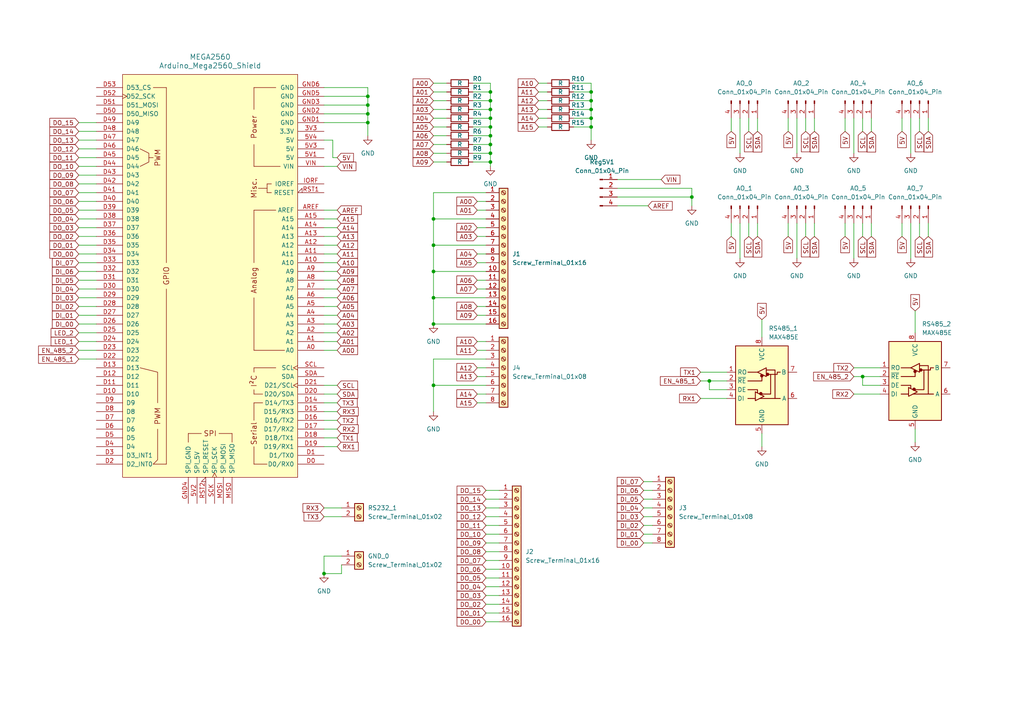
<source format=kicad_sch>
(kicad_sch (version 20230121) (generator eeschema)
  (paper "A4")
  (lib_symbols
    (symbol "Connector:Conn_01x04_Pin" (pin_names (offset 1.016) hide)
      (property "Reference" "J" (at 0 5.08 0))
      (property "Value" "Conn_01x04_Pin" (at 0 -7.62 0))
      (symbol "Conn_01x04_Pin_1_1"
        (pin passive line (at 5.08 2.54 180) (length 3.81) (name "Pin_1") (number "1"))
        (pin passive line (at 5.08 0 180) (length 3.81) (name "Pin_2") (number "2"))
        (pin passive line (at 5.08 -2.54 180) (length 3.81) (name "Pin_3") (number "3"))
        (pin passive line (at 5.08 -5.08 180) (length 3.81) (name "Pin_4") (number "4"))
      )
    )
    (symbol "Connector:Screw_Terminal_01x02" (pin_names (offset 1.016) hide)
      (property "Reference" "J" (at 0 2.54 0))
      (property "Value" "Screw_Terminal_01x02" (at 0 -5.08 0))
      (symbol "Screw_Terminal_01x02_1_1"
        (pin passive line (at -5.08 0 0) (length 3.81) (name "Pin_1") (number "1"))
        (pin passive line (at -5.08 -2.54 0) (length 3.81) (name "Pin_2") (number "2"))
      )
    )
    (symbol "Connector:Screw_Terminal_01x08" (pin_names (offset 1.016) hide)
      (property "Reference" "J" (at 0 10.16 0))
      (property "Value" "Screw_Terminal_01x08" (at 0 -12.7 0))
      (symbol "Screw_Terminal_01x08_1_1"
        (pin passive line (at -5.08 7.62 0) (length 3.81) (name "Pin_1") (number "1"))
        (pin passive line (at -5.08 5.08 0) (length 3.81) (name "Pin_2") (number "2"))
        (pin passive line (at -5.08 2.54 0) (length 3.81) (name "Pin_3") (number "3"))
        (pin passive line (at -5.08 0 0) (length 3.81) (name "Pin_4") (number "4"))
        (pin passive line (at -5.08 -2.54 0) (length 3.81) (name "Pin_5") (number "5"))
        (pin passive line (at -5.08 -5.08 0) (length 3.81) (name "Pin_6") (number "6"))
        (pin passive line (at -5.08 -7.62 0) (length 3.81) (name "Pin_7") (number "7"))
        (pin passive line (at -5.08 -10.16 0) (length 3.81) (name "Pin_8") (number "8"))
      )
    )
    (symbol "Connector:Screw_Terminal_01x16" (pin_names (offset 1.016) hide)
      (property "Reference" "J" (at 0 20.32 0))
      (property "Value" "Screw_Terminal_01x16" (at 0 -22.86 0))
      (symbol "Screw_Terminal_01x16_1_1"
        (pin passive line (at -5.08 17.78 0) (length 3.81) (name "Pin_1") (number "1"))
        (pin passive line (at -5.08 -5.08 0) (length 3.81) (name "Pin_10") (number "10"))
        (pin passive line (at -5.08 -7.62 0) (length 3.81) (name "Pin_11") (number "11"))
        (pin passive line (at -5.08 -10.16 0) (length 3.81) (name "Pin_12") (number "12"))
        (pin passive line (at -5.08 -12.7 0) (length 3.81) (name "Pin_13") (number "13"))
        (pin passive line (at -5.08 -15.24 0) (length 3.81) (name "Pin_14") (number "14"))
        (pin passive line (at -5.08 -17.78 0) (length 3.81) (name "Pin_15") (number "15"))
        (pin passive line (at -5.08 -20.32 0) (length 3.81) (name "Pin_16") (number "16"))
        (pin passive line (at -5.08 15.24 0) (length 3.81) (name "Pin_2") (number "2"))
        (pin passive line (at -5.08 12.7 0) (length 3.81) (name "Pin_3") (number "3"))
        (pin passive line (at -5.08 10.16 0) (length 3.81) (name "Pin_4") (number "4"))
        (pin passive line (at -5.08 7.62 0) (length 3.81) (name "Pin_5") (number "5"))
        (pin passive line (at -5.08 5.08 0) (length 3.81) (name "Pin_6") (number "6"))
        (pin passive line (at -5.08 2.54 0) (length 3.81) (name "Pin_7") (number "7"))
        (pin passive line (at -5.08 0 0) (length 3.81) (name "Pin_8") (number "8"))
        (pin passive line (at -5.08 -2.54 0) (length 3.81) (name "Pin_9") (number "9"))
      )
    )
    (symbol "Device:R" (pin_numbers hide) (pin_names (offset 0))
      (property "Reference" "R" (at 2.032 0 90))
      (property "Value" "R" (at 0 0 90))
      (symbol "R_1_1"
        (pin passive line (at 0 3.81 270) (length 1.27) (name "~") (number "1"))
        (pin passive line (at 0 -3.81 90) (length 1.27) (name "~") (number "2"))
      )
    )
    (symbol "Interface_UART:MAX485E"
      (property "Reference" "U" (at -6.096 11.43 0))
      (property "Value" "MAX485E" (at 0.762 11.43 0))
      (symbol "MAX485E_1_1"
        (pin output line (at -10.16 2.54 0) (length 2.54) (name "RO") (number "1"))
        (pin input line (at -10.16 0 0) (length 2.54) (name "~{RE}") (number "2"))
        (pin input line (at -10.16 -2.54 0) (length 2.54) (name "DE") (number "3"))
        (pin input line (at -10.16 -5.08 0) (length 2.54) (name "DI") (number "4"))
        (pin power_in line (at 0 -15.24 90) (length 2.54) (name "GND") (number "5"))
        (pin bidirectional line (at 10.16 -5.08 180) (length 2.54) (name "A") (number "6"))
        (pin bidirectional line (at 10.16 2.54 180) (length 2.54) (name "B") (number "7"))
        (pin power_in line (at 0 12.7 270) (length 2.54) (name "VCC") (number "8"))
      )
    )
    (symbol "PCM_arduino-library:Arduino_Mega2560_Shield" (pin_names (offset 1.016))
      (property "Reference" "XA" (at 0 -62.23 0))
      (property "Value" "Arduino_Mega2560_Shield" (at 0 -66.04 0))
      (symbol "Arduino_Mega2560_Shield_0_0"
        (text "Analog" (at -12.7 1.27 900) (effects (font (size 1.524 1.524))))
        (text "I²C" (at -12.7 30.48 900) (effects (font (size 1.524 1.524))))
        (text "Misc." (at -12.7 -25.4 900) (effects (font (size 1.524 1.524))))
        (text "Power" (at -12.7 -43.18 900) (effects (font (size 1.524 1.524))))
        (text "PWM" (at 15.24 -34.29 900) (effects (font (size 1.524 1.524))))
        (text "PWM" (at 15.24 40.64 900) (effects (font (size 1.524 1.524))))
        (text "Serial" (at -12.7 45.72 900) (effects (font (size 1.524 1.524))))
        (text "SPI" (at 0 45.72 0) (effects (font (size 1.524 1.524))))
      )
      (symbol "Arduino_Mega2560_Shield_1_0"
        (text "GPIO" (at 12.7 0 900) (effects (font (size 1.524 1.524))))
      )
      (symbol "Arduino_Mega2560_Shield_1_1"
        (pin power_out line (at -33.02 -41.91 0) (length 7.62) (name "3.3V") (number "3V3"))
        (pin power_in line (at -33.02 -34.29 0) (length 7.62) (name "5V") (number "5V1"))
        (pin power_in line (at 3.81 66.04 270) (length 7.62) (name "SPI_5V") (number "5V2"))
        (pin power_in line (at -33.02 -36.83 0) (length 7.62) (name "5V") (number "5V3"))
        (pin power_in line (at -33.02 -39.37 0) (length 7.62) (name "5V") (number "5V4"))
        (pin bidirectional line (at -33.02 21.59 0) (length 7.62) (name "A0") (number "A0"))
        (pin bidirectional line (at -33.02 19.05 0) (length 7.62) (name "A1") (number "A1"))
        (pin bidirectional line (at -33.02 -3.81 0) (length 7.62) (name "A10") (number "A10"))
        (pin bidirectional line (at -33.02 -6.35 0) (length 7.62) (name "A11") (number "A11"))
        (pin bidirectional line (at -33.02 -8.89 0) (length 7.62) (name "A12") (number "A12"))
        (pin bidirectional line (at -33.02 -11.43 0) (length 7.62) (name "A13") (number "A13"))
        (pin bidirectional line (at -33.02 -13.97 0) (length 7.62) (name "A14") (number "A14"))
        (pin bidirectional line (at -33.02 -16.51 0) (length 7.62) (name "A15") (number "A15"))
        (pin bidirectional line (at -33.02 16.51 0) (length 7.62) (name "A2") (number "A2"))
        (pin bidirectional line (at -33.02 13.97 0) (length 7.62) (name "A3") (number "A3"))
        (pin bidirectional line (at -33.02 11.43 0) (length 7.62) (name "A4") (number "A4"))
        (pin bidirectional line (at -33.02 8.89 0) (length 7.62) (name "A5") (number "A5"))
        (pin bidirectional line (at -33.02 6.35 0) (length 7.62) (name "A6") (number "A6"))
        (pin bidirectional line (at -33.02 3.81 0) (length 7.62) (name "A7") (number "A7"))
        (pin bidirectional line (at -33.02 1.27 0) (length 7.62) (name "A8") (number "A8"))
        (pin bidirectional line (at -33.02 -1.27 0) (length 7.62) (name "A9") (number "A9"))
        (pin input line (at -33.02 -19.05 0) (length 7.62) (name "AREF") (number "AREF"))
        (pin bidirectional line (at -33.02 54.61 0) (length 7.62) (name "D0/RX0") (number "D0"))
        (pin bidirectional line (at -33.02 52.07 0) (length 7.62) (name "D1/TX0") (number "D1"))
        (pin bidirectional line (at 33.02 34.29 180) (length 7.62) (name "D10") (number "D10"))
        (pin bidirectional line (at 33.02 31.75 180) (length 7.62) (name "D11") (number "D11"))
        (pin bidirectional line (at 33.02 29.21 180) (length 7.62) (name "D12") (number "D12"))
        (pin bidirectional line (at 33.02 26.67 180) (length 7.62) (name "D13") (number "D13"))
        (pin bidirectional line (at -33.02 36.83 0) (length 7.62) (name "D14/TX3") (number "D14"))
        (pin bidirectional line (at -33.02 39.37 0) (length 7.62) (name "D15/RX3") (number "D15"))
        (pin bidirectional line (at -33.02 41.91 0) (length 7.62) (name "D16/TX2") (number "D16"))
        (pin bidirectional line (at -33.02 44.45 0) (length 7.62) (name "D17/RX2") (number "D17"))
        (pin bidirectional line (at -33.02 46.99 0) (length 7.62) (name "D18/TX1") (number "D18"))
        (pin bidirectional line (at -33.02 49.53 0) (length 7.62) (name "D19/RX1") (number "D19"))
        (pin bidirectional line (at 33.02 54.61 180) (length 7.62) (name "D2_INT0") (number "D2"))
        (pin bidirectional line (at -33.02 34.29 0) (length 7.62) (name "D20/SDA") (number "D20"))
        (pin bidirectional clock (at -33.02 31.75 0) (length 7.62) (name "D21/SCL") (number "D21"))
        (pin bidirectional line (at 33.02 24.13 180) (length 7.62) (name "D22") (number "D22"))
        (pin bidirectional line (at 33.02 21.59 180) (length 7.62) (name "D23") (number "D23"))
        (pin bidirectional line (at 33.02 19.05 180) (length 7.62) (name "D24") (number "D24"))
        (pin bidirectional line (at 33.02 16.51 180) (length 7.62) (name "D25") (number "D25"))
        (pin bidirectional line (at 33.02 13.97 180) (length 7.62) (name "D26") (number "D26"))
        (pin bidirectional line (at 33.02 11.43 180) (length 7.62) (name "D27") (number "D27"))
        (pin bidirectional line (at 33.02 8.89 180) (length 7.62) (name "D28") (number "D28"))
        (pin bidirectional line (at 33.02 6.35 180) (length 7.62) (name "D29") (number "D29"))
        (pin bidirectional line (at 33.02 52.07 180) (length 7.62) (name "D3_INT1") (number "D3"))
        (pin bidirectional line (at 33.02 3.81 180) (length 7.62) (name "D30") (number "D30"))
        (pin bidirectional line (at 33.02 1.27 180) (length 7.62) (name "D31") (number "D31"))
        (pin bidirectional line (at 33.02 -1.27 180) (length 7.62) (name "D32") (number "D32"))
        (pin bidirectional line (at 33.02 -3.81 180) (length 7.62) (name "D33") (number "D33"))
        (pin bidirectional line (at 33.02 -6.35 180) (length 7.62) (name "D34") (number "D34"))
        (pin bidirectional line (at 33.02 -8.89 180) (length 7.62) (name "D35") (number "D35"))
        (pin bidirectional line (at 33.02 -11.43 180) (length 7.62) (name "D36") (number "D36"))
        (pin bidirectional line (at 33.02 -13.97 180) (length 7.62) (name "D37") (number "D37"))
        (pin bidirectional line (at 33.02 -16.51 180) (length 7.62) (name "D38") (number "D38"))
        (pin bidirectional line (at 33.02 -19.05 180) (length 7.62) (name "D39") (number "D39"))
        (pin bidirectional line (at 33.02 49.53 180) (length 7.62) (name "D4") (number "D4"))
        (pin bidirectional line (at 33.02 -21.59 180) (length 7.62) (name "D40") (number "D40"))
        (pin bidirectional line (at 33.02 -24.13 180) (length 7.62) (name "D41") (number "D41"))
        (pin bidirectional line (at 33.02 -26.67 180) (length 7.62) (name "D42") (number "D42"))
        (pin bidirectional line (at 33.02 -29.21 180) (length 7.62) (name "D43") (number "D43"))
        (pin bidirectional line (at 33.02 -31.75 180) (length 7.62) (name "D44") (number "D44"))
        (pin bidirectional line (at 33.02 -34.29 180) (length 7.62) (name "D45") (number "D45"))
        (pin bidirectional line (at 33.02 -36.83 180) (length 7.62) (name "D46") (number "D46"))
        (pin bidirectional line (at 33.02 -39.37 180) (length 7.62) (name "D47") (number "D47"))
        (pin bidirectional line (at 33.02 -41.91 180) (length 7.62) (name "D48") (number "D48"))
        (pin bidirectional line (at 33.02 -44.45 180) (length 7.62) (name "D49") (number "D49"))
        (pin bidirectional line (at 33.02 46.99 180) (length 7.62) (name "D5") (number "D5"))
        (pin bidirectional line (at 33.02 -46.99 180) (length 7.62) (name "D50_MISO") (number "D50"))
        (pin bidirectional line (at 33.02 -49.53 180) (length 7.62) (name "D51_MOSI") (number "D51"))
        (pin bidirectional clock (at 33.02 -52.07 180) (length 7.62) (name "D52_SCK") (number "D52"))
        (pin bidirectional line (at 33.02 -54.61 180) (length 7.62) (name "D53_CS") (number "D53"))
        (pin bidirectional line (at 33.02 44.45 180) (length 7.62) (name "D6") (number "D6"))
        (pin bidirectional line (at 33.02 41.91 180) (length 7.62) (name "D7") (number "D7"))
        (pin bidirectional line (at 33.02 39.37 180) (length 7.62) (name "D8") (number "D8"))
        (pin bidirectional line (at 33.02 36.83 180) (length 7.62) (name "D9") (number "D9"))
        (pin power_in line (at -33.02 -44.45 0) (length 7.62) (name "GND") (number "GND1"))
        (pin power_in line (at -33.02 -46.99 0) (length 7.62) (name "GND") (number "GND2"))
        (pin power_in line (at -33.02 -49.53 0) (length 7.62) (name "GND") (number "GND3"))
        (pin power_in line (at 6.35 66.04 270) (length 7.62) (name "SPI_GND") (number "GND4"))
        (pin power_in line (at -33.02 -52.07 0) (length 7.62) (name "GND") (number "GND5"))
        (pin power_in line (at -33.02 -54.61 0) (length 7.62) (name "GND") (number "GND6"))
        (pin output line (at -33.02 -26.67 0) (length 7.62) (name "IOREF") (number "IORF"))
        (pin input line (at -6.35 66.04 270) (length 7.62) (name "SPI_MISO") (number "MISO"))
        (pin output line (at -3.81 66.04 270) (length 7.62) (name "SPI_MOSI") (number "MOSI"))
        (pin open_collector input_low (at -33.02 -24.13 0) (length 7.62) (name "RESET") (number "RST1"))
        (pin open_collector input_low (at 1.27 66.04 270) (length 7.62) (name "SPI_RESET") (number "RST2"))
        (pin output clock (at -1.27 66.04 270) (length 7.62) (name "SPI_SCK") (number "SCK"))
        (pin bidirectional clock (at -33.02 26.67 0) (length 7.62) (name "SCL") (number "SCL"))
        (pin bidirectional line (at -33.02 29.21 0) (length 7.62) (name "SDA") (number "SDA"))
        (pin power_in line (at -33.02 -31.75 0) (length 7.62) (name "VIN") (number "VIN"))
      )
    )
    (symbol "power:GND" (power) (pin_names (offset 0))
      (property "Value" "GND" (at 0 -3.81 0))
      (symbol "GND_1_1"
        (pin power_in line (at 0 0 270) (length 0) hide (name "GND") (number "1"))
      )
    )
  )
  (junction (at 106.68 27.94))
  (junction (at 171.45 34.29))
  (junction (at 106.68 35.56))
  (junction (at 142.24 46.99))
  (junction (at 125.73 111.76))
  (junction (at 250.19 109.22))
  (junction (at 106.68 33.02))
  (junction (at 171.45 26.67))
  (junction (at 125.73 86.36))
  (junction (at 142.24 39.37))
  (junction (at 125.73 71.12))
  (junction (at 142.24 44.45))
  (junction (at 171.45 31.75))
  (junction (at 125.73 63.5))
  (junction (at 125.73 78.74))
  (junction (at 125.73 93.98))
  (junction (at 142.24 26.67))
  (junction (at 106.68 30.48))
  (junction (at 93.98 166.37))
  (junction (at 142.24 29.21))
  (junction (at 200.66 57.15))
  (junction (at 142.24 34.29))
  (junction (at 205.74 110.49))
  (junction (at 171.45 36.83))
  (junction (at 142.24 36.83))
  (junction (at 142.24 31.75))
  (junction (at 171.45 29.21))
  (junction (at 142.24 41.91))
  (wire (pts (xy 93.98 33.02) (xy 106.68 33.02)))
  (wire (pts (xy 186.69 142.24) (xy 189.23 142.24)))
  (wire (pts (xy 140.97 165.1) (xy 144.78 165.1)))
  (wire (pts (xy 93.98 161.29) (xy 93.98 166.37)))
  (wire (pts (xy 93.98 83.82) (xy 97.79 83.82)))
  (wire (pts (xy 137.16 31.75) (xy 142.24 31.75)))
  (wire (pts (xy 22.86 91.44) (xy 27.94 91.44)))
  (wire (pts (xy 220.98 92.71) (xy 220.98 97.79)))
  (wire (pts (xy 93.98 147.32) (xy 99.06 147.32)))
  (wire (pts (xy 138.43 68.58) (xy 140.97 68.58)))
  (wire (pts (xy 125.73 29.21) (xy 129.54 29.21)))
  (wire (pts (xy 22.86 104.14) (xy 27.94 104.14)))
  (wire (pts (xy 171.45 24.13) (xy 171.45 26.67)))
  (wire (pts (xy 22.86 60.96) (xy 27.94 60.96)))
  (wire (pts (xy 186.69 144.78) (xy 189.23 144.78)))
  (wire (pts (xy 166.37 26.67) (xy 171.45 26.67)))
  (wire (pts (xy 210.82 113.03) (xy 205.74 113.03)))
  (wire (pts (xy 219.71 34.29) (xy 219.71 38.1)))
  (wire (pts (xy 250.19 34.29) (xy 250.19 38.1)))
  (wire (pts (xy 203.2 110.49) (xy 205.74 110.49)))
  (wire (pts (xy 247.65 114.3) (xy 255.27 114.3)))
  (wire (pts (xy 203.2 115.57) (xy 210.82 115.57)))
  (wire (pts (xy 138.43 58.42) (xy 140.97 58.42)))
  (wire (pts (xy 93.98 129.54) (xy 97.79 129.54)))
  (wire (pts (xy 137.16 46.99) (xy 142.24 46.99)))
  (wire (pts (xy 93.98 68.58) (xy 97.79 68.58)))
  (wire (pts (xy 93.98 166.37) (xy 99.06 166.37)))
  (wire (pts (xy 137.16 34.29) (xy 142.24 34.29)))
  (wire (pts (xy 106.68 33.02) (xy 106.68 35.56)))
  (wire (pts (xy 214.63 64.77) (xy 214.63 74.93)))
  (wire (pts (xy 137.16 24.13) (xy 142.24 24.13)))
  (wire (pts (xy 228.6 34.29) (xy 228.6 38.1)))
  (wire (pts (xy 137.16 36.83) (xy 142.24 36.83)))
  (wire (pts (xy 255.27 111.76) (xy 250.19 111.76)))
  (wire (pts (xy 261.62 64.77) (xy 261.62 68.58)))
  (wire (pts (xy 140.97 111.76) (xy 125.73 111.76)))
  (wire (pts (xy 138.43 66.04) (xy 140.97 66.04)))
  (wire (pts (xy 93.98 81.28) (xy 97.79 81.28)))
  (wire (pts (xy 228.6 64.77) (xy 228.6 68.58)))
  (wire (pts (xy 22.86 86.36) (xy 27.94 86.36)))
  (wire (pts (xy 106.68 25.4) (xy 106.68 27.94)))
  (wire (pts (xy 96.52 45.72) (xy 97.79 45.72)))
  (wire (pts (xy 22.86 35.56) (xy 27.94 35.56)))
  (wire (pts (xy 125.73 55.88) (xy 125.73 63.5)))
  (wire (pts (xy 171.45 29.21) (xy 171.45 31.75)))
  (wire (pts (xy 171.45 36.83) (xy 171.45 40.64)))
  (wire (pts (xy 140.97 63.5) (xy 125.73 63.5)))
  (wire (pts (xy 93.98 116.84) (xy 97.79 116.84)))
  (wire (pts (xy 140.97 175.26) (xy 144.78 175.26)))
  (wire (pts (xy 265.43 124.46) (xy 265.43 128.27)))
  (wire (pts (xy 191.77 52.07) (xy 179.07 52.07)))
  (wire (pts (xy 245.11 64.77) (xy 245.11 68.58)))
  (wire (pts (xy 93.98 127) (xy 97.79 127)))
  (wire (pts (xy 140.97 170.18) (xy 144.78 170.18)))
  (wire (pts (xy 156.21 24.13) (xy 158.75 24.13)))
  (wire (pts (xy 156.21 29.21) (xy 158.75 29.21)))
  (wire (pts (xy 22.86 38.1) (xy 27.94 38.1)))
  (wire (pts (xy 166.37 24.13) (xy 171.45 24.13)))
  (wire (pts (xy 93.98 78.74) (xy 97.79 78.74)))
  (wire (pts (xy 99.06 161.29) (xy 93.98 161.29)))
  (wire (pts (xy 125.73 39.37) (xy 129.54 39.37)))
  (wire (pts (xy 106.68 27.94) (xy 106.68 30.48)))
  (wire (pts (xy 156.21 31.75) (xy 158.75 31.75)))
  (wire (pts (xy 142.24 26.67) (xy 142.24 29.21)))
  (wire (pts (xy 137.16 26.67) (xy 142.24 26.67)))
  (wire (pts (xy 22.86 78.74) (xy 27.94 78.74)))
  (wire (pts (xy 93.98 63.5) (xy 97.79 63.5)))
  (wire (pts (xy 125.73 71.12) (xy 125.73 78.74)))
  (wire (pts (xy 179.07 59.69) (xy 187.96 59.69)))
  (wire (pts (xy 250.19 64.77) (xy 250.19 68.58)))
  (wire (pts (xy 138.43 60.96) (xy 140.97 60.96)))
  (wire (pts (xy 217.17 34.29) (xy 217.17 38.1)))
  (wire (pts (xy 140.97 154.94) (xy 144.78 154.94)))
  (wire (pts (xy 140.97 172.72) (xy 144.78 172.72)))
  (wire (pts (xy 171.45 34.29) (xy 171.45 36.83)))
  (wire (pts (xy 255.27 109.22) (xy 250.19 109.22)))
  (wire (pts (xy 137.16 29.21) (xy 142.24 29.21)))
  (wire (pts (xy 261.62 34.29) (xy 261.62 38.1)))
  (wire (pts (xy 22.86 55.88) (xy 27.94 55.88)))
  (wire (pts (xy 266.7 34.29) (xy 266.7 38.1)))
  (wire (pts (xy 125.73 111.76) (xy 125.73 119.38)))
  (wire (pts (xy 217.17 64.77) (xy 217.17 68.58)))
  (wire (pts (xy 22.86 88.9) (xy 27.94 88.9)))
  (wire (pts (xy 212.09 64.77) (xy 212.09 68.58)))
  (wire (pts (xy 93.98 101.6) (xy 97.79 101.6)))
  (wire (pts (xy 22.86 48.26) (xy 27.94 48.26)))
  (wire (pts (xy 93.98 86.36) (xy 97.79 86.36)))
  (wire (pts (xy 125.73 78.74) (xy 125.73 86.36)))
  (wire (pts (xy 93.98 27.94) (xy 106.68 27.94)))
  (wire (pts (xy 138.43 99.06) (xy 140.97 99.06)))
  (wire (pts (xy 166.37 29.21) (xy 171.45 29.21)))
  (wire (pts (xy 138.43 76.2) (xy 140.97 76.2)))
  (wire (pts (xy 22.86 73.66) (xy 27.94 73.66)))
  (wire (pts (xy 125.73 63.5) (xy 125.73 71.12)))
  (wire (pts (xy 220.98 125.73) (xy 220.98 129.54)))
  (wire (pts (xy 264.16 34.29) (xy 264.16 44.45)))
  (wire (pts (xy 233.68 64.77) (xy 233.68 68.58)))
  (wire (pts (xy 171.45 26.67) (xy 171.45 29.21)))
  (wire (pts (xy 125.73 104.14) (xy 125.73 111.76)))
  (wire (pts (xy 125.73 46.99) (xy 129.54 46.99)))
  (wire (pts (xy 93.98 96.52) (xy 97.79 96.52)))
  (wire (pts (xy 142.24 46.99) (xy 142.24 48.26)))
  (wire (pts (xy 142.24 34.29) (xy 142.24 36.83)))
  (wire (pts (xy 125.73 36.83) (xy 129.54 36.83)))
  (wire (pts (xy 140.97 167.64) (xy 144.78 167.64)))
  (wire (pts (xy 250.19 111.76) (xy 250.19 109.22)))
  (wire (pts (xy 22.86 71.12) (xy 27.94 71.12)))
  (wire (pts (xy 140.97 149.86) (xy 144.78 149.86)))
  (wire (pts (xy 138.43 73.66) (xy 140.97 73.66)))
  (wire (pts (xy 93.98 91.44) (xy 97.79 91.44)))
  (wire (pts (xy 142.24 41.91) (xy 142.24 44.45)))
  (wire (pts (xy 22.86 68.58) (xy 27.94 68.58)))
  (wire (pts (xy 166.37 31.75) (xy 171.45 31.75)))
  (wire (pts (xy 22.86 40.64) (xy 27.94 40.64)))
  (wire (pts (xy 265.43 90.17) (xy 265.43 96.52)))
  (wire (pts (xy 22.86 43.18) (xy 27.94 43.18)))
  (wire (pts (xy 125.73 26.67) (xy 129.54 26.67)))
  (wire (pts (xy 125.73 86.36) (xy 125.73 93.98)))
  (wire (pts (xy 138.43 88.9) (xy 140.97 88.9)))
  (wire (pts (xy 125.73 41.91) (xy 129.54 41.91)))
  (wire (pts (xy 212.09 34.29) (xy 212.09 38.1)))
  (wire (pts (xy 93.98 149.86) (xy 99.06 149.86)))
  (wire (pts (xy 22.86 76.2) (xy 27.94 76.2)))
  (wire (pts (xy 205.74 113.03) (xy 205.74 110.49)))
  (wire (pts (xy 140.97 147.32) (xy 144.78 147.32)))
  (wire (pts (xy 137.16 41.91) (xy 142.24 41.91)))
  (wire (pts (xy 142.24 31.75) (xy 142.24 34.29)))
  (wire (pts (xy 140.97 157.48) (xy 144.78 157.48)))
  (wire (pts (xy 247.65 34.29) (xy 247.65 44.45)))
  (wire (pts (xy 138.43 114.3) (xy 140.97 114.3)))
  (wire (pts (xy 142.24 29.21) (xy 142.24 31.75)))
  (wire (pts (xy 138.43 106.68) (xy 140.97 106.68)))
  (wire (pts (xy 236.22 64.77) (xy 236.22 68.58)))
  (wire (pts (xy 166.37 36.83) (xy 171.45 36.83)))
  (wire (pts (xy 186.69 157.48) (xy 189.23 157.48)))
  (wire (pts (xy 22.86 101.6) (xy 27.94 101.6)))
  (wire (pts (xy 179.07 54.61) (xy 200.66 54.61)))
  (wire (pts (xy 186.69 149.86) (xy 189.23 149.86)))
  (wire (pts (xy 264.16 64.77) (xy 264.16 74.93)))
  (wire (pts (xy 93.98 76.2) (xy 97.79 76.2)))
  (wire (pts (xy 247.65 64.77) (xy 247.65 74.93)))
  (wire (pts (xy 140.97 144.78) (xy 144.78 144.78)))
  (wire (pts (xy 137.16 44.45) (xy 142.24 44.45)))
  (wire (pts (xy 125.73 31.75) (xy 129.54 31.75)))
  (wire (pts (xy 179.07 57.15) (xy 200.66 57.15)))
  (wire (pts (xy 142.24 44.45) (xy 142.24 46.99)))
  (wire (pts (xy 247.65 106.68) (xy 255.27 106.68)))
  (wire (pts (xy 140.97 152.4) (xy 144.78 152.4)))
  (wire (pts (xy 106.68 35.56) (xy 106.68 39.37)))
  (wire (pts (xy 93.98 119.38) (xy 97.79 119.38)))
  (wire (pts (xy 22.86 81.28) (xy 27.94 81.28)))
  (wire (pts (xy 252.73 34.29) (xy 252.73 38.1)))
  (wire (pts (xy 166.37 34.29) (xy 171.45 34.29)))
  (wire (pts (xy 93.98 30.48) (xy 106.68 30.48)))
  (wire (pts (xy 106.68 30.48) (xy 106.68 33.02)))
  (wire (pts (xy 138.43 91.44) (xy 140.97 91.44)))
  (wire (pts (xy 93.98 35.56) (xy 106.68 35.56)))
  (wire (pts (xy 269.24 64.77) (xy 269.24 68.58)))
  (wire (pts (xy 236.22 34.29) (xy 236.22 38.1)))
  (wire (pts (xy 247.65 109.22) (xy 250.19 109.22)))
  (wire (pts (xy 142.24 24.13) (xy 142.24 26.67)))
  (wire (pts (xy 138.43 116.84) (xy 140.97 116.84)))
  (wire (pts (xy 252.73 64.77) (xy 252.73 68.58)))
  (wire (pts (xy 156.21 26.67) (xy 158.75 26.67)))
  (wire (pts (xy 93.98 40.64) (xy 96.52 40.64)))
  (wire (pts (xy 231.14 64.77) (xy 231.14 74.93)))
  (wire (pts (xy 93.98 25.4) (xy 106.68 25.4)))
  (wire (pts (xy 137.16 39.37) (xy 142.24 39.37)))
  (wire (pts (xy 22.86 93.98) (xy 27.94 93.98)))
  (wire (pts (xy 93.98 66.04) (xy 97.79 66.04)))
  (wire (pts (xy 93.98 99.06) (xy 97.79 99.06)))
  (wire (pts (xy 138.43 83.82) (xy 140.97 83.82)))
  (wire (pts (xy 93.98 121.92) (xy 97.79 121.92)))
  (wire (pts (xy 138.43 81.28) (xy 140.97 81.28)))
  (wire (pts (xy 214.63 34.29) (xy 214.63 44.45)))
  (wire (pts (xy 93.98 124.46) (xy 97.79 124.46)))
  (wire (pts (xy 142.24 36.83) (xy 142.24 39.37)))
  (wire (pts (xy 140.97 86.36) (xy 125.73 86.36)))
  (wire (pts (xy 186.69 152.4) (xy 189.23 152.4)))
  (wire (pts (xy 93.98 88.9) (xy 97.79 88.9)))
  (wire (pts (xy 93.98 93.98) (xy 97.79 93.98)))
  (wire (pts (xy 140.97 142.24) (xy 144.78 142.24)))
  (wire (pts (xy 200.66 57.15) (xy 200.66 59.69)))
  (wire (pts (xy 171.45 31.75) (xy 171.45 34.29)))
  (wire (pts (xy 140.97 71.12) (xy 125.73 71.12)))
  (wire (pts (xy 93.98 111.76) (xy 97.79 111.76)))
  (wire (pts (xy 140.97 55.88) (xy 125.73 55.88)))
  (wire (pts (xy 22.86 66.04) (xy 27.94 66.04)))
  (wire (pts (xy 125.73 44.45) (xy 129.54 44.45)))
  (wire (pts (xy 140.97 160.02) (xy 144.78 160.02)))
  (wire (pts (xy 93.98 48.26) (xy 97.79 48.26)))
  (wire (pts (xy 156.21 36.83) (xy 158.75 36.83)))
  (wire (pts (xy 142.24 39.37) (xy 142.24 41.91)))
  (wire (pts (xy 125.73 34.29) (xy 129.54 34.29)))
  (wire (pts (xy 22.86 50.8) (xy 27.94 50.8)))
  (wire (pts (xy 140.97 177.8) (xy 144.78 177.8)))
  (wire (pts (xy 233.68 34.29) (xy 233.68 38.1)))
  (wire (pts (xy 93.98 60.96) (xy 97.79 60.96)))
  (wire (pts (xy 125.73 93.98) (xy 140.97 93.98)))
  (wire (pts (xy 22.86 58.42) (xy 27.94 58.42)))
  (wire (pts (xy 186.69 147.32) (xy 189.23 147.32)))
  (wire (pts (xy 22.86 53.34) (xy 27.94 53.34)))
  (wire (pts (xy 22.86 45.72) (xy 27.94 45.72)))
  (wire (pts (xy 231.14 34.29) (xy 231.14 44.45)))
  (wire (pts (xy 93.98 114.3) (xy 97.79 114.3)))
  (wire (pts (xy 22.86 99.06) (xy 27.94 99.06)))
  (wire (pts (xy 22.86 63.5) (xy 27.94 63.5)))
  (wire (pts (xy 269.24 34.29) (xy 269.24 38.1)))
  (wire (pts (xy 125.73 24.13) (xy 129.54 24.13)))
  (wire (pts (xy 93.98 71.12) (xy 97.79 71.12)))
  (wire (pts (xy 99.06 166.37) (xy 99.06 163.83)))
  (wire (pts (xy 156.21 34.29) (xy 158.75 34.29)))
  (wire (pts (xy 186.69 139.7) (xy 189.23 139.7)))
  (wire (pts (xy 138.43 101.6) (xy 140.97 101.6)))
  (wire (pts (xy 140.97 104.14) (xy 125.73 104.14)))
  (wire (pts (xy 205.74 110.49) (xy 210.82 110.49)))
  (wire (pts (xy 203.2 107.95) (xy 210.82 107.95)))
  (wire (pts (xy 22.86 96.52) (xy 27.94 96.52)))
  (wire (pts (xy 96.52 40.64) (xy 96.52 45.72)))
  (wire (pts (xy 245.11 34.29) (xy 245.11 38.1)))
  (wire (pts (xy 266.7 64.77) (xy 266.7 68.58)))
  (wire (pts (xy 140.97 162.56) (xy 144.78 162.56)))
  (wire (pts (xy 219.71 64.77) (xy 219.71 68.58)))
  (wire (pts (xy 140.97 180.34) (xy 144.78 180.34)))
  (wire (pts (xy 200.66 54.61) (xy 200.66 57.15)))
  (wire (pts (xy 22.86 83.82) (xy 27.94 83.82)))
  (wire (pts (xy 140.97 78.74) (xy 125.73 78.74)))
  (wire (pts (xy 138.43 109.22) (xy 140.97 109.22)))
  (wire (pts (xy 186.69 154.94) (xy 189.23 154.94)))
  (wire (pts (xy 93.98 73.66) (xy 97.79 73.66)))
  (global_label "RX1" (shape input) (at 203.2 115.57 180) (property "Intersheetrefs" "${INTERSHEET_REFS}" (effects hide)))
  (global_label "A10" (shape input) (at 97.79 76.2 0) (property "Intersheetrefs" "${INTERSHEET_REFS}" (effects hide)))
  (global_label "DO_10" (shape input) (at 140.97 154.94 180) (property "Intersheetrefs" "${INTERSHEET_REFS}" (effects hide)))
  (global_label "SCL" (shape input) (at 233.68 68.58 270) (property "Intersheetrefs" "${INTERSHEET_REFS}" (effects hide)))
  (global_label "DO_07" (shape input) (at 22.86 55.88 180) (property "Intersheetrefs" "${INTERSHEET_REFS}" (effects hide)))
  (global_label "SDA" (shape input) (at 252.73 38.1 270) (property "Intersheetrefs" "${INTERSHEET_REFS}" (effects hide)))
  (global_label "A11" (shape input) (at 138.43 101.6 180) (property "Intersheetrefs" "${INTERSHEET_REFS}" (effects hide)))
  (global_label "DI_06" (shape input) (at 22.86 78.74 180) (property "Intersheetrefs" "${INTERSHEET_REFS}" (effects hide)))
  (global_label "DO_15" (shape input) (at 140.97 142.24 180) (property "Intersheetrefs" "${INTERSHEET_REFS}" (effects hide)))
  (global_label "VIN" (shape input) (at 191.77 52.07 0) (property "Intersheetrefs" "${INTERSHEET_REFS}" (effects hide)))
  (global_label "DI_04" (shape input) (at 22.86 83.82 180) (property "Intersheetrefs" "${INTERSHEET_REFS}" (effects hide)))
  (global_label "A02" (shape input) (at 97.79 96.52 0) (property "Intersheetrefs" "${INTERSHEET_REFS}" (effects hide)))
  (global_label "A08" (shape input) (at 138.43 88.9 180) (property "Intersheetrefs" "${INTERSHEET_REFS}" (effects hide)))
  (global_label "AREF" (shape input) (at 187.96 59.69 0) (property "Intersheetrefs" "${INTERSHEET_REFS}" (effects hide)))
  (global_label "SCL" (shape input) (at 250.19 68.58 270) (property "Intersheetrefs" "${INTERSHEET_REFS}" (effects hide)))
  (global_label "TX1" (shape input) (at 203.2 107.95 180) (property "Intersheetrefs" "${INTERSHEET_REFS}" (effects hide)))
  (global_label "5V" (shape input) (at 212.09 38.1 270) (property "Intersheetrefs" "${INTERSHEET_REFS}" (effects hide)))
  (global_label "A07" (shape input) (at 138.43 83.82 180) (property "Intersheetrefs" "${INTERSHEET_REFS}" (effects hide)))
  (global_label "A07" (shape input) (at 97.79 83.82 0) (property "Intersheetrefs" "${INTERSHEET_REFS}" (effects hide)))
  (global_label "A13" (shape input) (at 156.21 31.75 180) (property "Intersheetrefs" "${INTERSHEET_REFS}" (effects hide)))
  (global_label "A14" (shape input) (at 138.43 114.3 180) (property "Intersheetrefs" "${INTERSHEET_REFS}" (effects hide)))
  (global_label "TX2" (shape input) (at 97.79 121.92 0) (property "Intersheetrefs" "${INTERSHEET_REFS}" (effects hide)))
  (global_label "DO_08" (shape input) (at 22.86 53.34 180) (property "Intersheetrefs" "${INTERSHEET_REFS}" (effects hide)))
  (global_label "A08" (shape input) (at 97.79 81.28 0) (property "Intersheetrefs" "${INTERSHEET_REFS}" (effects hide)))
  (global_label "DI_01" (shape input) (at 22.86 91.44 180) (property "Intersheetrefs" "${INTERSHEET_REFS}" (effects hide)))
  (global_label "DI_02" (shape input) (at 186.69 152.4 180) (property "Intersheetrefs" "${INTERSHEET_REFS}" (effects hide)))
  (global_label "DO_07" (shape input) (at 140.97 162.56 180) (property "Intersheetrefs" "${INTERSHEET_REFS}" (effects hide)))
  (global_label "DO_08" (shape input) (at 140.97 160.02 180) (property "Intersheetrefs" "${INTERSHEET_REFS}" (effects hide)))
  (global_label "A06" (shape input) (at 125.73 39.37 180) (property "Intersheetrefs" "${INTERSHEET_REFS}" (effects hide)))
  (global_label "DO_14" (shape input) (at 140.97 144.78 180) (property "Intersheetrefs" "${INTERSHEET_REFS}" (effects hide)))
  (global_label "SDA" (shape input) (at 219.71 68.58 270) (property "Intersheetrefs" "${INTERSHEET_REFS}" (effects hide)))
  (global_label "EN_485_2" (shape input) (at 22.86 101.6 180) (property "Intersheetrefs" "${INTERSHEET_REFS}" (effects hide)))
  (global_label "TX1" (shape input) (at 97.79 127 0) (property "Intersheetrefs" "${INTERSHEET_REFS}" (effects hide)))
  (global_label "SDA" (shape input) (at 97.79 114.3 0) (property "Intersheetrefs" "${INTERSHEET_REFS}" (effects hide)))
  (global_label "A00" (shape input) (at 138.43 58.42 180) (property "Intersheetrefs" "${INTERSHEET_REFS}" (effects hide)))
  (global_label "DO_05" (shape input) (at 140.97 167.64 180) (property "Intersheetrefs" "${INTERSHEET_REFS}" (effects hide)))
  (global_label "SCL" (shape input) (at 266.7 68.58 270) (property "Intersheetrefs" "${INTERSHEET_REFS}" (effects hide)))
  (global_label "A13" (shape input) (at 138.43 109.22 180) (property "Intersheetrefs" "${INTERSHEET_REFS}" (effects hide)))
  (global_label "A03" (shape input) (at 138.43 68.58 180) (property "Intersheetrefs" "${INTERSHEET_REFS}" (effects hide)))
  (global_label "A09" (shape input) (at 138.43 91.44 180) (property "Intersheetrefs" "${INTERSHEET_REFS}" (effects hide)))
  (global_label "SCL" (shape input) (at 217.17 68.58 270) (property "Intersheetrefs" "${INTERSHEET_REFS}" (effects hide)))
  (global_label "RX1" (shape input) (at 97.79 129.54 0) (property "Intersheetrefs" "${INTERSHEET_REFS}" (effects hide)))
  (global_label "A15" (shape input) (at 156.21 36.83 180) (property "Intersheetrefs" "${INTERSHEET_REFS}" (effects hide)))
  (global_label "SCL" (shape input) (at 266.7 38.1 270) (property "Intersheetrefs" "${INTERSHEET_REFS}" (effects hide)))
  (global_label "A09" (shape input) (at 97.79 78.74 0) (property "Intersheetrefs" "${INTERSHEET_REFS}" (effects hide)))
  (global_label "DI_05" (shape input) (at 186.69 144.78 180) (property "Intersheetrefs" "${INTERSHEET_REFS}" (effects hide)))
  (global_label "LED_2" (shape input) (at 22.86 96.52 180) (property "Intersheetrefs" "${INTERSHEET_REFS}" (effects hide)))
  (global_label "A05" (shape input) (at 138.43 76.2 180) (property "Intersheetrefs" "${INTERSHEET_REFS}" (effects hide)))
  (global_label "DO_03" (shape input) (at 22.86 66.04 180) (property "Intersheetrefs" "${INTERSHEET_REFS}" (effects hide)))
  (global_label "TX3" (shape input) (at 97.79 116.84 0) (property "Intersheetrefs" "${INTERSHEET_REFS}" (effects hide)))
  (global_label "DO_09" (shape input) (at 22.86 50.8 180) (property "Intersheetrefs" "${INTERSHEET_REFS}" (effects hide)))
  (global_label "DO_10" (shape input) (at 22.86 48.26 180) (property "Intersheetrefs" "${INTERSHEET_REFS}" (effects hide)))
  (global_label "A09" (shape input) (at 125.73 46.99 180) (property "Intersheetrefs" "${INTERSHEET_REFS}" (effects hide)))
  (global_label "SCL" (shape input) (at 97.79 111.76 0) (property "Intersheetrefs" "${INTERSHEET_REFS}" (effects hide)))
  (global_label "A12" (shape input) (at 138.43 106.68 180) (property "Intersheetrefs" "${INTERSHEET_REFS}" (effects hide)))
  (global_label "DI_07" (shape input) (at 22.86 76.2 180) (property "Intersheetrefs" "${INTERSHEET_REFS}" (effects hide)))
  (global_label "DO_01" (shape input) (at 140.97 177.8 180) (property "Intersheetrefs" "${INTERSHEET_REFS}" (effects hide)))
  (global_label "SDA" (shape input) (at 269.24 68.58 270) (property "Intersheetrefs" "${INTERSHEET_REFS}" (effects hide)))
  (global_label "SCL" (shape input) (at 217.17 38.1 270) (property "Intersheetrefs" "${INTERSHEET_REFS}" (effects hide)))
  (global_label "DI_00" (shape input) (at 22.86 93.98 180) (property "Intersheetrefs" "${INTERSHEET_REFS}" (effects hide)))
  (global_label "DO_02" (shape input) (at 22.86 68.58 180) (property "Intersheetrefs" "${INTERSHEET_REFS}" (effects hide)))
  (global_label "A11" (shape input) (at 156.21 26.67 180) (property "Intersheetrefs" "${INTERSHEET_REFS}" (effects hide)))
  (global_label "A04" (shape input) (at 138.43 73.66 180) (property "Intersheetrefs" "${INTERSHEET_REFS}" (effects hide)))
  (global_label "RX2" (shape input) (at 97.79 124.46 0) (property "Intersheetrefs" "${INTERSHEET_REFS}" (effects hide)))
  (global_label "DO_03" (shape input) (at 140.97 172.72 180) (property "Intersheetrefs" "${INTERSHEET_REFS}" (effects hide)))
  (global_label "DI_06" (shape input) (at 186.69 142.24 180) (property "Intersheetrefs" "${INTERSHEET_REFS}" (effects hide)))
  (global_label "DO_15" (shape input) (at 22.86 35.56 180) (property "Intersheetrefs" "${INTERSHEET_REFS}" (effects hide)))
  (global_label "TX3" (shape input) (at 93.98 149.86 180) (property "Intersheetrefs" "${INTERSHEET_REFS}" (effects hide)))
  (global_label "DO_06" (shape input) (at 140.97 165.1 180) (property "Intersheetrefs" "${INTERSHEET_REFS}" (effects hide)))
  (global_label "DO_12" (shape input) (at 22.86 43.18 180) (property "Intersheetrefs" "${INTERSHEET_REFS}" (effects hide)))
  (global_label "5V" (shape input) (at 212.09 68.58 270) (property "Intersheetrefs" "${INTERSHEET_REFS}" (effects hide)))
  (global_label "A10" (shape input) (at 156.21 24.13 180) (property "Intersheetrefs" "${INTERSHEET_REFS}" (effects hide)))
  (global_label "A15" (shape input) (at 97.79 63.5 0) (property "Intersheetrefs" "${INTERSHEET_REFS}" (effects hide)))
  (global_label "A01" (shape input) (at 125.73 26.67 180) (property "Intersheetrefs" "${INTERSHEET_REFS}" (effects hide)))
  (global_label "A04" (shape input) (at 125.73 34.29 180) (property "Intersheetrefs" "${INTERSHEET_REFS}" (effects hide)))
  (global_label "RX3" (shape input) (at 93.98 147.32 180) (property "Intersheetrefs" "${INTERSHEET_REFS}" (effects hide)))
  (global_label "DO_11" (shape input) (at 140.97 152.4 180) (property "Intersheetrefs" "${INTERSHEET_REFS}" (effects hide)))
  (global_label "A12" (shape input) (at 97.79 71.12 0) (property "Intersheetrefs" "${INTERSHEET_REFS}" (effects hide)))
  (global_label "A04" (shape input) (at 97.79 91.44 0) (property "Intersheetrefs" "${INTERSHEET_REFS}" (effects hide)))
  (global_label "A03" (shape input) (at 97.79 93.98 0) (property "Intersheetrefs" "${INTERSHEET_REFS}" (effects hide)))
  (global_label "5V" (shape input) (at 265.43 90.17 90) (property "Intersheetrefs" "${INTERSHEET_REFS}" (effects hide)))
  (global_label "A03" (shape input) (at 125.73 31.75 180) (property "Intersheetrefs" "${INTERSHEET_REFS}" (effects hide)))
  (global_label "A07" (shape input) (at 125.73 41.91 180) (property "Intersheetrefs" "${INTERSHEET_REFS}" (effects hide)))
  (global_label "DO_04" (shape input) (at 22.86 63.5 180) (property "Intersheetrefs" "${INTERSHEET_REFS}" (effects hide)))
  (global_label "DO_09" (shape input) (at 140.97 157.48 180) (property "Intersheetrefs" "${INTERSHEET_REFS}" (effects hide)))
  (global_label "SCL" (shape input) (at 233.68 38.1 270) (property "Intersheetrefs" "${INTERSHEET_REFS}" (effects hide)))
  (global_label "DO_04" (shape input) (at 140.97 170.18 180) (property "Intersheetrefs" "${INTERSHEET_REFS}" (effects hide)))
  (global_label "TX2" (shape input) (at 247.65 106.68 180) (property "Intersheetrefs" "${INTERSHEET_REFS}" (effects hide)))
  (global_label "RX3" (shape input) (at 97.79 119.38 0) (property "Intersheetrefs" "${INTERSHEET_REFS}" (effects hide)))
  (global_label "DI_04" (shape input) (at 186.69 147.32 180) (property "Intersheetrefs" "${INTERSHEET_REFS}" (effects hide)))
  (global_label "DO_11" (shape input) (at 22.86 45.72 180) (property "Intersheetrefs" "${INTERSHEET_REFS}" (effects hide)))
  (global_label "LED_1" (shape input) (at 22.86 99.06 180) (property "Intersheetrefs" "${INTERSHEET_REFS}" (effects hide)))
  (global_label "DO_05" (shape input) (at 22.86 60.96 180) (property "Intersheetrefs" "${INTERSHEET_REFS}" (effects hide)))
  (global_label "DO_01" (shape input) (at 22.86 71.12 180) (property "Intersheetrefs" "${INTERSHEET_REFS}" (effects hide)))
  (global_label "A00" (shape input) (at 97.79 101.6 0) (property "Intersheetrefs" "${INTERSHEET_REFS}" (effects hide)))
  (global_label "SDA" (shape input) (at 252.73 68.58 270) (property "Intersheetrefs" "${INTERSHEET_REFS}" (effects hide)))
  (global_label "5V" (shape input) (at 220.98 92.71 90) (property "Intersheetrefs" "${INTERSHEET_REFS}" (effects hide)))
  (global_label "A06" (shape input) (at 138.43 81.28 180) (property "Intersheetrefs" "${INTERSHEET_REFS}" (effects hide)))
  (global_label "A05" (shape input) (at 125.73 36.83 180) (property "Intersheetrefs" "${INTERSHEET_REFS}" (effects hide)))
  (global_label "EN_485_1" (shape input) (at 22.86 104.14 180) (property "Intersheetrefs" "${INTERSHEET_REFS}" (effects hide)))
  (global_label "5V" (shape input) (at 245.11 68.58 270) (property "Intersheetrefs" "${INTERSHEET_REFS}" (effects hide)))
  (global_label "A10" (shape input) (at 138.43 99.06 180) (property "Intersheetrefs" "${INTERSHEET_REFS}" (effects hide)))
  (global_label "A02" (shape input) (at 125.73 29.21 180) (property "Intersheetrefs" "${INTERSHEET_REFS}" (effects hide)))
  (global_label "AREF" (shape input) (at 97.79 60.96 0) (property "Intersheetrefs" "${INTERSHEET_REFS}" (effects hide)))
  (global_label "DO_02" (shape input) (at 140.97 175.26 180) (property "Intersheetrefs" "${INTERSHEET_REFS}" (effects hide)))
  (global_label "DI_00" (shape input) (at 186.69 157.48 180) (property "Intersheetrefs" "${INTERSHEET_REFS}" (effects hide)))
  (global_label "A06" (shape input) (at 97.79 86.36 0) (property "Intersheetrefs" "${INTERSHEET_REFS}" (effects hide)))
  (global_label "DI_07" (shape input) (at 186.69 139.7 180) (property "Intersheetrefs" "${INTERSHEET_REFS}" (effects hide)))
  (global_label "DO_13" (shape input) (at 22.86 40.64 180) (property "Intersheetrefs" "${INTERSHEET_REFS}" (effects hide)))
  (global_label "A11" (shape input) (at 97.79 73.66 0) (property "Intersheetrefs" "${INTERSHEET_REFS}" (effects hide)))
  (global_label "A01" (shape input) (at 138.43 60.96 180) (property "Intersheetrefs" "${INTERSHEET_REFS}" (effects hide)))
  (global_label "A15" (shape input) (at 138.43 116.84 180) (property "Intersheetrefs" "${INTERSHEET_REFS}" (effects hide)))
  (global_label "EN_485_1" (shape input) (at 203.2 110.49 180) (property "Intersheetrefs" "${INTERSHEET_REFS}" (effects hide)))
  (global_label "RX2" (shape input) (at 247.65 114.3 180) (property "Intersheetrefs" "${INTERSHEET_REFS}" (effects hide)))
  (global_label "DI_02" (shape input) (at 22.86 88.9 180) (property "Intersheetrefs" "${INTERSHEET_REFS}" (effects hide)))
  (global_label "A01" (shape input) (at 97.79 99.06 0) (property "Intersheetrefs" "${INTERSHEET_REFS}" (effects hide)))
  (global_label "A08" (shape input) (at 125.73 44.45 180) (property "Intersheetrefs" "${INTERSHEET_REFS}" (effects hide)))
  (global_label "DI_05" (shape input) (at 22.86 81.28 180) (property "Intersheetrefs" "${INTERSHEET_REFS}" (effects hide)))
  (global_label "DI_01" (shape input) (at 186.69 154.94 180) (property "Intersheetrefs" "${INTERSHEET_REFS}" (effects hide)))
  (global_label "SDA" (shape input) (at 236.22 68.58 270) (property "Intersheetrefs" "${INTERSHEET_REFS}" (effects hide)))
  (global_label "SDA" (shape input) (at 219.71 38.1 270) (property "Intersheetrefs" "${INTERSHEET_REFS}" (effects hide)))
  (global_label "A02" (shape input) (at 138.43 66.04 180) (property "Intersheetrefs" "${INTERSHEET_REFS}" (effects hide)))
  (global_label "5V" (shape input) (at 261.62 38.1 270) (property "Intersheetrefs" "${INTERSHEET_REFS}" (effects hide)))
  (global_label "EN_485_2" (shape input) (at 247.65 109.22 180) (property "Intersheetrefs" "${INTERSHEET_REFS}" (effects hide)))
  (global_label "SDA" (shape input) (at 236.22 38.1 270) (property "Intersheetrefs" "${INTERSHEET_REFS}" (effects hide)))
  (global_label "A00" (shape input) (at 125.73 24.13 180) (property "Intersheetrefs" "${INTERSHEET_REFS}" (effects hide)))
  (global_label "A14" (shape input) (at 156.21 34.29 180) (property "Intersheetrefs" "${INTERSHEET_REFS}" (effects hide)))
  (global_label "DI_03" (shape input) (at 186.69 149.86 180) (property "Intersheetrefs" "${INTERSHEET_REFS}" (effects hide)))
  (global_label "5V" (shape input) (at 245.11 38.1 270) (property "Intersheetrefs" "${INTERSHEET_REFS}" (effects hide)))
  (global_label "DO_00" (shape input) (at 140.97 180.34 180) (property "Intersheetrefs" "${INTERSHEET_REFS}" (effects hide)))
  (global_label "A14" (shape input) (at 97.79 66.04 0) (property "Intersheetrefs" "${INTERSHEET_REFS}" (effects hide)))
  (global_label "DO_12" (shape input) (at 140.97 149.86 180) (property "Intersheetrefs" "${INTERSHEET_REFS}" (effects hide)))
  (global_label "5V" (shape input) (at 228.6 68.58 270) (property "Intersheetrefs" "${INTERSHEET_REFS}" (effects hide)))
  (global_label "SDA" (shape input) (at 269.24 38.1 270) (property "Intersheetrefs" "${INTERSHEET_REFS}" (effects hide)))
  (global_label "5V" (shape input) (at 261.62 68.58 270) (property "Intersheetrefs" "${INTERSHEET_REFS}" (effects hide)))
  (global_label "DO_00" (shape input) (at 22.86 73.66 180) (property "Intersheetrefs" "${INTERSHEET_REFS}" (effects hide)))
  (global_label "DO_14" (shape input) (at 22.86 38.1 180) (property "Intersheetrefs" "${INTERSHEET_REFS}" (effects hide)))
  (global_label "A05" (shape input) (at 97.79 88.9 0) (property "Intersheetrefs" "${INTERSHEET_REFS}" (effects hide)))
  (global_label "SCL" (shape input) (at 250.19 38.1 270) (property "Intersheetrefs" "${INTERSHEET_REFS}" (effects hide)))
  (global_label "DO_13" (shape input) (at 140.97 147.32 180) (property "Intersheetrefs" "${INTERSHEET_REFS}" (effects hide)))
  (global_label "VIN" (shape input) (at 97.79 48.26 0) (property "Intersheetrefs" "${INTERSHEET_REFS}" (effects hide)))
  (global_label "5V" (shape input) (at 228.6 38.1 270) (property "Intersheetrefs" "${INTERSHEET_REFS}" (effects hide)))
  (global_label "DI_03" (shape input) (at 22.86 86.36 180) (property "Intersheetrefs" "${INTERSHEET_REFS}" (effects hide)))
  (global_label "DO_06" (shape input) (at 22.86 58.42 180) (property "Intersheetrefs" "${INTERSHEET_REFS}" (effects hide)))
  (global_label "A12" (shape input) (at 156.21 29.21 180) (property "Intersheetrefs" "${INTERSHEET_REFS}" (effects hide)))
  (global_label "A13" (shape input) (at 97.79 68.58 0) (property "Intersheetrefs" "${INTERSHEET_REFS}" (effects hide)))
  (global_label "5V" (shape input) (at 97.79 45.72 0) (property "Intersheetrefs" "${INTERSHEET_REFS}" (effects hide)))
  (symbol (lib_id "Connector:Conn_01x04_Pin") (at 250.19 29.21 270) (unit 1)
    (property "Reference" "AO_4" (at 248.92 24.13 90))
    (property "Value" "Conn_01x04_Pin" (at 248.92 26.67 90))
    (property "Footprint" "ScitechKorea:I2C_Socket" (effects hide))
  )
  (symbol (lib_id "power:GND") (at 125.73 119.38 0) (unit 1)
    (property "Reference" "#PWR014" (effects hide))
    (property "Value" "GND" (at 125.73 124.46 0))
  )
  (symbol (lib_id "Connector:Screw_Terminal_01x16") (at 149.86 160.02 0) (unit 1)
    (property "Reference" "J2" (at 152.4 160.02 0) (effects (justify left)))
    (property "Value" "Screw_Terminal_01x16" (at 152.4 162.56 0) (effects (justify left)))
    (property "Footprint" "ScitechKorea:Terminal_16" (effects hide))
  )
  (symbol (lib_id "power:GND") (at 93.98 166.37 0) (unit 1)
    (property "Reference" "#PWR018" (effects hide))
    (property "Value" "GND" (at 93.98 171.45 0))
  )
  (symbol (lib_id "Connector:Conn_01x04_Pin") (at 173.99 54.61 0) (unit 1)
    (property "Reference" "Reg5V1" (at 174.625 46.99 0))
    (property "Value" "Conn_01x04_Pin" (at 174.625 49.53 0))
    (property "Footprint" "ScitechKorea:Holder5reg" (effects hide))
  )
  (symbol (lib_id "Interface_UART:MAX485E") (at 220.98 110.49 0) (unit 1)
    (property "Reference" "RS485_1" (at 222.9359 95.25 0) (effects (justify left)))
    (property "Value" "MAX485E" (at 222.9359 97.79 0) (effects (justify left)))
    (property "Footprint" "ScitechKorea:Holder485" (effects hide))
    (property "Datasheet" "https://datasheets.maximintegrated.com/en/ds/MAX1487E-MAX491E.pdf" (effects hide))
  )
  (symbol (lib_id "Device:R") (at 133.35 29.21 90) (unit 1)
    (property "Reference" "R2" (at 138.43 27.94 90))
    (property "Value" "R" (at 133.35 29.21 90))
    (property "Footprint" "Resistor_THT:R_Axial_DIN0204_L3.6mm_D1.6mm_P7.62mm_Horizontal" (effects hide))
  )
  (symbol (lib_id "Device:R") (at 162.56 34.29 90) (unit 1)
    (property "Reference" "R14" (at 167.64 33.02 90))
    (property "Value" "R" (at 162.56 34.29 90))
    (property "Footprint" "Resistor_THT:R_Axial_DIN0204_L3.6mm_D1.6mm_P7.62mm_Horizontal" (effects hide))
  )
  (symbol (lib_id "Device:R") (at 133.35 46.99 90) (unit 1)
    (property "Reference" "R9" (at 138.43 45.72 90))
    (property "Value" "R" (at 133.35 46.99 90))
    (property "Footprint" "Resistor_THT:R_Axial_DIN0204_L3.6mm_D1.6mm_P7.62mm_Horizontal" (effects hide))
  )
  (symbol (lib_id "power:GND") (at 220.98 129.54 0) (unit 1)
    (property "Reference" "#PWR012" (effects hide))
    (property "Value" "GND" (at 220.98 134.62 0))
  )
  (symbol (lib_id "Connector:Conn_01x04_Pin") (at 217.17 59.69 270) (unit 1)
    (property "Reference" "AO_1" (at 215.9 54.61 90))
    (property "Value" "Conn_01x04_Pin" (at 215.9 57.15 90))
    (property "Footprint" "ScitechKorea:I2C_Socket" (effects hide))
  )
  (symbol (lib_id "Device:R") (at 162.56 29.21 90) (unit 1)
    (property "Reference" "R12" (at 167.64 27.94 90))
    (property "Value" "R" (at 162.56 29.21 90))
    (property "Footprint" "Resistor_THT:R_Axial_DIN0204_L3.6mm_D1.6mm_P7.62mm_Horizontal" (effects hide))
  )
  (symbol (lib_id "Device:R") (at 133.35 36.83 90) (unit 1)
    (property "Reference" "R5" (at 138.43 35.56 90))
    (property "Value" "R" (at 133.35 36.83 90))
    (property "Footprint" "Resistor_THT:R_Axial_DIN0204_L3.6mm_D1.6mm_P7.62mm_Horizontal" (effects hide))
  )
  (symbol (lib_id "Connector:Conn_01x04_Pin") (at 266.7 59.69 270) (unit 1)
    (property "Reference" "AO_7" (at 265.43 54.61 90))
    (property "Value" "Conn_01x04_Pin" (at 265.43 57.15 90))
    (property "Footprint" "ScitechKorea:I2C_Socket" (effects hide))
  )
  (symbol (lib_id "power:GND") (at 200.66 59.69 0) (unit 1)
    (property "Reference" "#PWR019" (effects hide))
    (property "Value" "GND" (at 200.66 64.77 0))
  )
  (symbol (lib_id "PCM_arduino-library:Arduino_Mega2560_Shield") (at 60.96 80.01 180) (unit 1)
    (property "Reference" "MEGA2560" (at 60.96 16.51 0) (effects (font (size 1.524 1.524))))
    (property "Value" "Arduino_Mega2560_Shield" (at 60.96 19.05 0) (effects (font (size 1.524 1.524))))
    (property "Footprint" "ScitechKorea:mega_socket" (effects hide))
    (property "Datasheet" "https://docs.arduino.cc/hardware/mega-2560" (effects hide))
  )
  (symbol (lib_id "Connector:Conn_01x04_Pin") (at 266.7 29.21 270) (unit 1)
    (property "Reference" "AO_6" (at 265.43 24.13 90))
    (property "Value" "Conn_01x04_Pin" (at 265.43 26.67 90))
    (property "Footprint" "ScitechKorea:I2C_Socket" (effects hide))
  )
  (symbol (lib_id "Interface_UART:MAX485E") (at 265.43 109.22 0) (unit 1)
    (property "Reference" "RS485_2" (at 267.3859 93.98 0) (effects (justify left)))
    (property "Value" "MAX485E" (at 267.3859 96.52 0) (effects (justify left)))
    (property "Footprint" "ScitechKorea:Holder485" (effects hide))
    (property "Datasheet" "https://datasheets.maximintegrated.com/en/ds/MAX1487E-MAX491E.pdf" (effects hide))
  )
  (symbol (lib_id "Device:R") (at 133.35 41.91 90) (unit 1)
    (property "Reference" "R7" (at 138.43 40.64 90))
    (property "Value" "R" (at 133.35 41.91 90))
    (property "Footprint" "Resistor_THT:R_Axial_DIN0204_L3.6mm_D1.6mm_P7.62mm_Horizontal" (effects hide))
  )
  (symbol (lib_id "power:GND") (at 231.14 44.45 0) (unit 1)
    (property "Reference" "#PWR04" (effects hide))
    (property "Value" "GND" (at 231.14 49.53 0))
  )
  (symbol (lib_id "Connector:Screw_Terminal_01x02") (at 104.14 147.32 0) (unit 1)
    (property "Reference" "RS232_1" (at 106.68 147.32 0) (effects (justify left)))
    (property "Value" "Screw_Terminal_01x02" (at 106.68 149.86 0) (effects (justify left)))
    (property "Footprint" "ScitechKorea:Terminal_02" (effects hide))
  )
  (symbol (lib_id "Device:R") (at 133.35 44.45 90) (unit 1)
    (property "Reference" "R8" (at 138.43 43.18 90))
    (property "Value" "R" (at 133.35 44.45 90))
    (property "Footprint" "Resistor_THT:R_Axial_DIN0204_L3.6mm_D1.6mm_P7.62mm_Horizontal" (effects hide))
  )
  (symbol (lib_id "power:GND") (at 171.45 40.64 0) (unit 1)
    (property "Reference" "#PWR015" (effects hide))
    (property "Value" "GND" (at 171.45 45.72 0))
  )
  (symbol (lib_id "Device:R") (at 162.56 36.83 90) (unit 1)
    (property "Reference" "R15" (at 167.64 35.56 90))
    (property "Value" "R" (at 162.56 36.83 90))
    (property "Footprint" "Resistor_THT:R_Axial_DIN0204_L3.6mm_D1.6mm_P7.62mm_Horizontal" (effects hide))
  )
  (symbol (lib_id "power:GND") (at 106.68 39.37 0) (unit 1)
    (property "Reference" "#PWR02" (effects hide))
    (property "Value" "GND" (at 106.68 44.45 0))
  )
  (symbol (lib_id "power:GND") (at 214.63 44.45 0) (unit 1)
    (property "Reference" "#PWR03" (effects hide))
    (property "Value" "GND" (at 214.63 49.53 0))
  )
  (symbol (lib_id "Connector:Conn_01x04_Pin") (at 233.68 59.69 270) (unit 1)
    (property "Reference" "AO_3" (at 232.41 54.61 90))
    (property "Value" "Conn_01x04_Pin" (at 232.41 57.15 90))
    (property "Footprint" "ScitechKorea:I2C_Socket" (effects hide))
  )
  (symbol (lib_id "power:GND") (at 231.14 74.93 0) (unit 1)
    (property "Reference" "#PWR08" (effects hide))
    (property "Value" "GND" (at 231.14 80.01 0))
  )
  (symbol (lib_id "Device:R") (at 133.35 39.37 90) (unit 1)
    (property "Reference" "R6" (at 138.43 38.1 90))
    (property "Value" "R" (at 133.35 39.37 90))
    (property "Footprint" "Resistor_THT:R_Axial_DIN0204_L3.6mm_D1.6mm_P7.62mm_Horizontal" (effects hide))
  )
  (symbol (lib_id "Connector:Screw_Terminal_01x08") (at 194.31 147.32 0) (unit 1)
    (property "Reference" "J3" (at 196.85 147.32 0) (effects (justify left)))
    (property "Value" "Screw_Terminal_01x08" (at 196.85 149.86 0) (effects (justify left)))
    (property "Footprint" "ScitechKorea:Terminal_08" (effects hide))
  )
  (symbol (lib_id "Device:R") (at 133.35 31.75 90) (unit 1)
    (property "Reference" "R3" (at 138.43 30.48 90))
    (property "Value" "R" (at 133.35 31.75 90))
    (property "Footprint" "Resistor_THT:R_Axial_DIN0204_L3.6mm_D1.6mm_P7.62mm_Horizontal" (effects hide))
  )
  (symbol (lib_id "power:GND") (at 142.24 48.26 0) (unit 1)
    (property "Reference" "#PWR01" (effects hide))
    (property "Value" "GND" (at 142.24 53.34 0))
  )
  (symbol (lib_id "Connector:Screw_Terminal_01x02") (at 104.14 161.29 0) (unit 1)
    (property "Reference" "GND_0" (at 106.68 161.29 0) (effects (justify left)))
    (property "Value" "Screw_Terminal_01x02" (at 106.68 163.83 0) (effects (justify left)))
    (property "Footprint" "ScitechKorea:Terminal_02" (effects hide))
  )
  (symbol (lib_id "Connector:Conn_01x04_Pin") (at 250.19 59.69 270) (unit 1)
    (property "Reference" "AO_5" (at 248.92 54.61 90))
    (property "Value" "Conn_01x04_Pin" (at 248.92 57.15 90))
    (property "Footprint" "ScitechKorea:I2C_Socket" (effects hide))
  )
  (symbol (lib_id "power:GND") (at 247.65 44.45 0) (unit 1)
    (property "Reference" "#PWR05" (effects hide))
    (property "Value" "GND" (at 247.65 49.53 0))
  )
  (symbol (lib_id "Device:R") (at 133.35 34.29 90) (unit 1)
    (property "Reference" "R4" (at 138.43 33.02 90))
    (property "Value" "R" (at 133.35 34.29 90))
    (property "Footprint" "Resistor_THT:R_Axial_DIN0204_L3.6mm_D1.6mm_P7.62mm_Horizontal" (effects hide))
  )
  (symbol (lib_id "Device:R") (at 162.56 24.13 90) (unit 1)
    (property "Reference" "R10" (at 167.64 22.86 90))
    (property "Value" "R" (at 162.56 24.13 90))
    (property "Footprint" "Resistor_THT:R_Axial_DIN0204_L3.6mm_D1.6mm_P7.62mm_Horizontal" (effects hide))
  )
  (symbol (lib_id "Connector:Conn_01x04_Pin") (at 233.68 29.21 270) (unit 1)
    (property "Reference" "AO_2" (at 232.41 24.13 90))
    (property "Value" "Conn_01x04_Pin" (at 232.41 26.67 90))
    (property "Footprint" "ScitechKorea:I2C_Socket" (effects hide))
  )
  (symbol (lib_id "power:GND") (at 125.73 93.98 0) (unit 1)
    (property "Reference" "#PWR013" (effects hide))
    (property "Value" "GND" (at 125.73 99.06 0))
  )
  (symbol (lib_id "Device:R") (at 162.56 26.67 90) (unit 1)
    (property "Reference" "R11" (at 167.64 25.4 90))
    (property "Value" "R" (at 162.56 26.67 90))
    (property "Footprint" "Resistor_THT:R_Axial_DIN0204_L3.6mm_D1.6mm_P7.62mm_Horizontal" (effects hide))
  )
  (symbol (lib_id "Connector:Conn_01x04_Pin") (at 217.17 29.21 270) (unit 1)
    (property "Reference" "AO_0" (at 215.9 24.13 90))
    (property "Value" "Conn_01x04_Pin" (at 215.9 26.67 90))
    (property "Footprint" "ScitechKorea:I2C_Socket" (effects hide))
  )
  (symbol (lib_id "Device:R") (at 162.56 31.75 90) (unit 1)
    (property "Reference" "R13" (at 167.64 30.48 90))
    (property "Value" "R" (at 162.56 31.75 90))
    (property "Footprint" "Resistor_THT:R_Axial_DIN0204_L3.6mm_D1.6mm_P7.62mm_Horizontal" (effects hide))
  )
  (symbol (lib_id "power:GND") (at 247.65 74.93 0) (unit 1)
    (property "Reference" "#PWR09" (effects hide))
    (property "Value" "GND" (at 247.65 80.01 0))
  )
  (symbol (lib_id "power:GND") (at 214.63 74.93 0) (unit 1)
    (property "Reference" "#PWR07" (effects hide))
    (property "Value" "GND" (at 214.63 80.01 0))
  )
  (symbol (lib_id "Device:R") (at 133.35 26.67 90) (unit 1)
    (property "Reference" "R1" (at 138.43 25.4 90))
    (property "Value" "R" (at 133.35 26.67 90))
    (property "Footprint" "Resistor_THT:R_Axial_DIN0204_L3.6mm_D1.6mm_P7.62mm_Horizontal" (effects hide))
  )
  (symbol (lib_id "power:GND") (at 264.16 44.45 0) (unit 1)
    (property "Reference" "#PWR06" (effects hide))
    (property "Value" "GND" (at 264.16 49.53 0))
  )
  (symbol (lib_id "Device:R") (at 133.35 24.13 90) (unit 1)
    (property "Reference" "R0" (at 138.43 22.86 90))
    (property "Value" "R" (at 133.35 24.13 90))
    (property "Footprint" "Resistor_THT:R_Axial_DIN0204_L3.6mm_D1.6mm_P7.62mm_Horizontal" (effects hide))
  )
  (symbol (lib_id "power:GND") (at 265.43 128.27 0) (unit 1)
    (property "Reference" "#PWR011" (effects hide))
    (property "Value" "GND" (at 265.43 133.35 0))
  )
  (symbol (lib_id "power:GND") (at 264.16 74.93 0) (unit 1)
    (property "Reference" "#PWR010" (effects hide))
    (property "Value" "GND" (at 264.16 80.01 0))
  )
  (symbol (lib_id "Connector:Screw_Terminal_01x16") (at 146.05 73.66 0) (unit 1)
    (property "Reference" "J1" (at 148.59 73.66 0) (effects (justify left)))
    (property "Value" "Screw_Terminal_01x16" (at 148.59 76.2 0) (effects (justify left)))
    (property "Footprint" "ScitechKorea:Terminal_16" (effects hide))
  )
  (symbol (lib_id "Connector:Screw_Terminal_01x08") (at 146.05 106.68 0) (unit 1)
    (property "Reference" "J4" (at 148.59 106.68 0) (effects (justify left)))
    (property "Value" "Screw_Terminal_01x08" (at 148.59 109.22 0) (effects (justify left)))
    (property "Footprint" "ScitechKorea:Terminal_08" (effects hide))
  )
)
</source>
